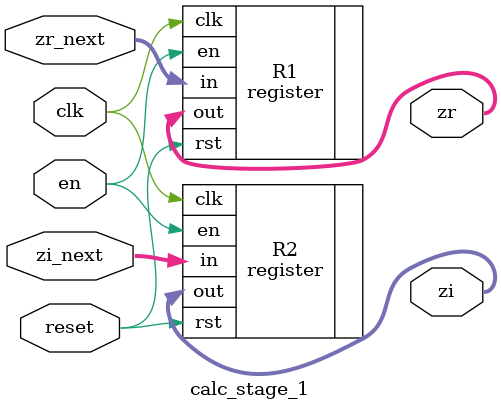
<source format=sv>
module calc_stage_1 #(
    parameter ENGINE_DATA_WIDTH = 25
)(
    input logic clk,
    input logic reset,
    input logic en,
    input logic [ENGINE_DATA_WIDTH-1:0] zr_next,
    input logic [ENGINE_DATA_WIDTH-1:0] zi_next,
    output logic [ENGINE_DATA_WIDTH-1:0] zr,
    output logic [ENGINE_DATA_WIDTH-1:0] zi
);

    register #(
        .WIDTH(ENGINE_DATA_WIDTH)
    ) R1 (
        .clk(clk), .rst(reset), .en(en), .in(zr_next), .out(zr)
    );

    register #(
        .WIDTH(ENGINE_DATA_WIDTH)
    ) R2 (
        .clk(clk), .rst(reset), .en(en), .in(zi_next), .out(zi)
    );

endmodule

</source>
